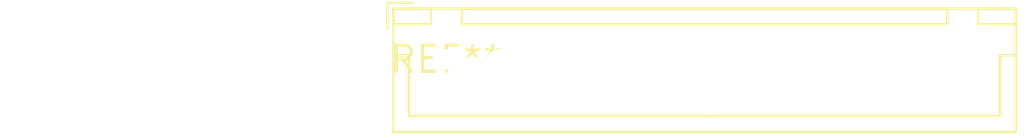
<source format=kicad_pcb>
(kicad_pcb (version 20240108) (generator pcbnew)
  (layers (0 "F.Cu" signal) (31 "B.Cu" signal) (34 "B.Paste" user) (35 "F.Paste" user) (36 "B.SilkS" user "B.Silkscreen") (37 "F.SilkS" user "F.Silkscreen") (38 "B.Mask" user) (39 "F.Mask" user) (44 "Edge.Cuts" user))
  (net 0 "")
  (footprint "JST_XH_B11B-XH-A_1x11_P2.50mm_Vertical" (layer "F.Cu") (at 0 0)
    (property "Reference" "REF**")
    (property "Value" "JST_XH_B11B-XH-A_1x11_P2.50mm_Vertical")
    (fp_line (start -2.85 -2.75) (end -2.85 -1.5) (layer "F.SilkS") (stroke (width 0.12)))
    (fp_line (start -2.56 -2.46) (end -2.56 3.51) (layer "F.SilkS") (stroke (width 0.12)))
    (fp_line (start -2.56 3.51) (end 27.56 3.51) (layer "F.SilkS") (stroke (width 0.12)))
    (fp_line (start -2.55 -2.45) (end -2.55 -1.7) (layer "F.SilkS") (stroke (width 0.12)))
    (fp_line (start -2.55 -1.7) (end -0.75 -1.7) (layer "F.SilkS") (stroke (width 0.12)))
    (fp_line (start -2.55 -0.2) (end -1.8 -0.2) (layer "F.SilkS") (stroke (width 0.12)))
    (fp_line (start -1.8 -0.2) (end -1.8 2.75) (layer "F.SilkS") (stroke (width 0.12)))
    (fp_line (start -1.8 2.75) (end 12.5 2.75) (layer "F.SilkS") (stroke (width 0.12)))
    (fp_line (start -1.6 -2.75) (end -2.85 -2.75) (layer "F.SilkS") (stroke (width 0.12)))
    (fp_line (start -0.75 -2.45) (end -2.55 -2.45) (layer "F.SilkS") (stroke (width 0.12)))
    (fp_line (start -0.75 -1.7) (end -0.75 -2.45) (layer "F.SilkS") (stroke (width 0.12)))
    (fp_line (start 0.75 -2.45) (end 0.75 -1.7) (layer "F.SilkS") (stroke (width 0.12)))
    (fp_line (start 0.75 -1.7) (end 24.25 -1.7) (layer "F.SilkS") (stroke (width 0.12)))
    (fp_line (start 24.25 -2.45) (end 0.75 -2.45) (layer "F.SilkS") (stroke (width 0.12)))
    (fp_line (start 24.25 -1.7) (end 24.25 -2.45) (layer "F.SilkS") (stroke (width 0.12)))
    (fp_line (start 25.75 -2.45) (end 25.75 -1.7) (layer "F.SilkS") (stroke (width 0.12)))
    (fp_line (start 25.75 -1.7) (end 27.55 -1.7) (layer "F.SilkS") (stroke (width 0.12)))
    (fp_line (start 26.8 -0.2) (end 26.8 2.75) (layer "F.SilkS") (stroke (width 0.12)))
    (fp_line (start 26.8 2.75) (end 12.5 2.75) (layer "F.SilkS") (stroke (width 0.12)))
    (fp_line (start 27.55 -2.45) (end 25.75 -2.45) (layer "F.SilkS") (stroke (width 0.12)))
    (fp_line (start 27.55 -1.7) (end 27.55 -2.45) (layer "F.SilkS") (stroke (width 0.12)))
    (fp_line (start 27.55 -0.2) (end 26.8 -0.2) (layer "F.SilkS") (stroke (width 0.12)))
    (fp_line (start 27.56 -2.46) (end -2.56 -2.46) (layer "F.SilkS") (stroke (width 0.12)))
    (fp_line (start 27.56 3.51) (end 27.56 -2.46) (layer "F.SilkS") (stroke (width 0.12)))
    (pad "1" thru_hole roundrect (at 0 0) (size 1.7 1.95) (drill 0.95) (layers *.Cu *.Mask) (remove_unused_layers) (roundrect_rratio 0.147059))
    (pad "2" thru_hole oval (at 2.5 0) (size 1.7 1.95) (drill 0.95) (layers *.Cu *.Mask) (remove_unused_layers))
    (pad "3" thru_hole oval (at 5 0) (size 1.7 1.95) (drill 0.95) (layers *.Cu *.Mask) (remove_unused_layers))
    (pad "4" thru_hole oval (at 7.5 0) (size 1.7 1.95) (drill 0.95) (layers *.Cu *.Mask) (remove_unused_layers))
    (pad "5" thru_hole oval (at 10 0) (size 1.7 1.95) (drill 0.95) (layers *.Cu *.Mask) (remove_unused_layers))
    (pad "6" thru_hole oval (at 12.5 0) (size 1.7 1.95) (drill 0.95) (layers *.Cu *.Mask) (remove_unused_layers))
    (pad "7" thru_hole oval (at 15 0) (size 1.7 1.95) (drill 0.95) (layers *.Cu *.Mask) (remove_unused_layers))
    (pad "8" thru_hole oval (at 17.5 0) (size 1.7 1.95) (drill 0.95) (layers *.Cu *.Mask) (remove_unused_layers))
    (pad "9" thru_hole oval (at 20 0) (size 1.7 1.95) (drill 0.95) (layers *.Cu *.Mask) (remove_unused_layers))
    (pad "10" thru_hole oval (at 22.5 0) (size 1.7 1.95) (drill 0.95) (layers *.Cu *.Mask) (remove_unused_layers))
    (pad "11" thru_hole oval (at 25 0) (size 1.7 1.95) (drill 0.95) (layers *.Cu *.Mask) (remove_unused_layers))
  )
)
</source>
